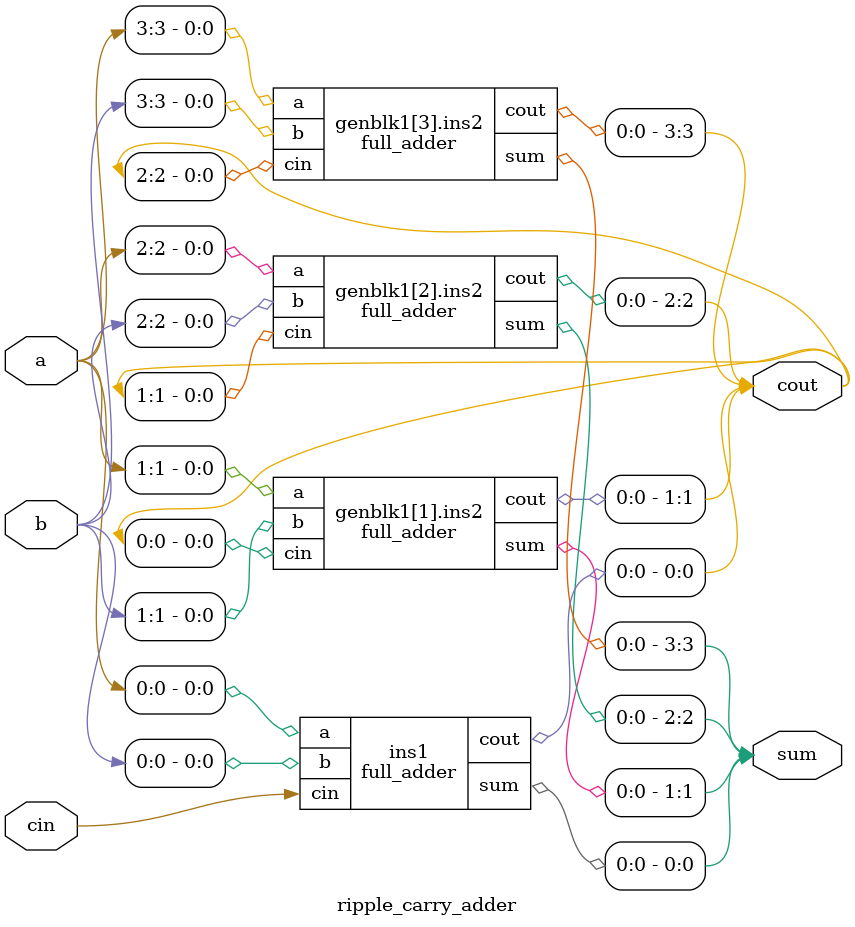
<source format=v>
module full_adder(input a,b,cin,output sum,cout);
  assign {sum,cout}={a^b^cin,(a&b)|(b&cin)|(a&cin)};
endmodule

module ripple_carry_adder #(parameter size=4)(input [size-1:0]a,b,input cin,output [size-1:0] sum,cout);
  
 
  genvar i;
  full_adder ins1(a[0],b[0],cin,sum[0],cout[0]);
  generate
    for(i=1;i<size;i++) begin
      full_adder ins2(a[i],b[i],cout[i-1],sum[i],cout[i]);
    end
  endgenerate
  
endmodule
</source>
